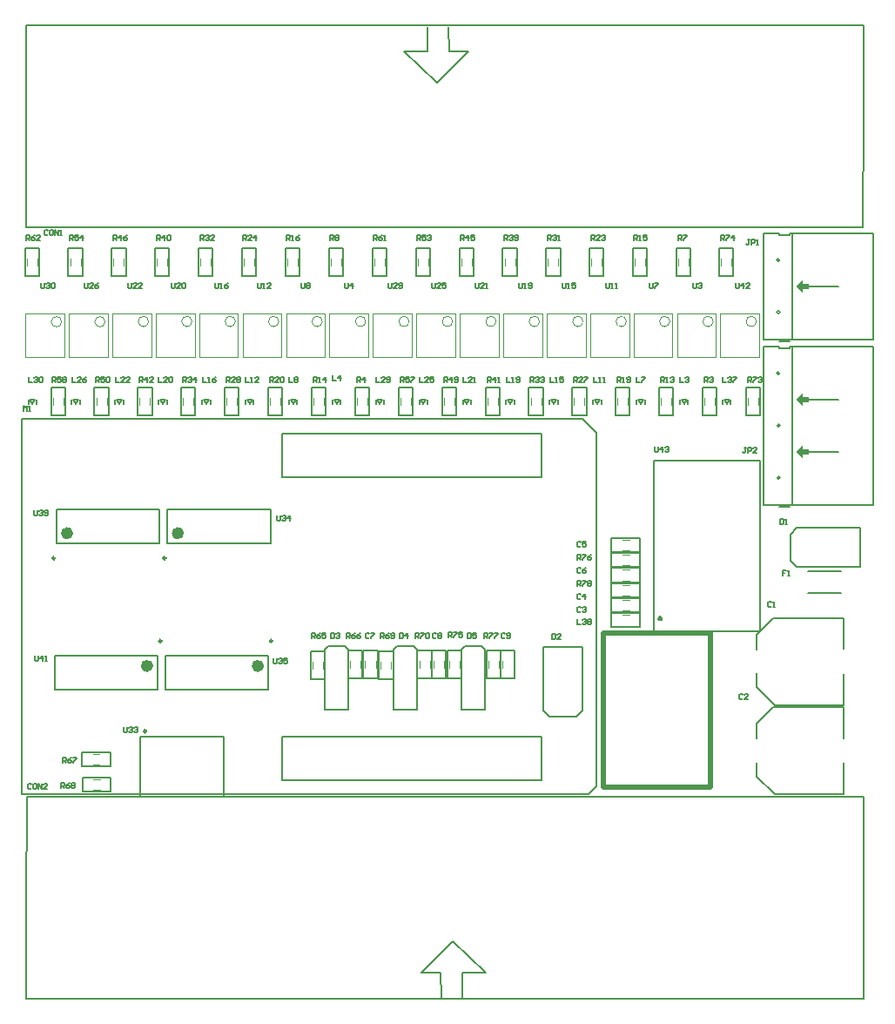
<source format=gto>
G04*
G04 #@! TF.GenerationSoftware,Altium Limited,Altium Designer,19.0.4 (130)*
G04*
G04 Layer_Color=65535*
%FSTAX24Y24*%
%MOIN*%
G70*
G01*
G75*
%ADD10C,0.0098*%
%ADD11C,0.0236*%
%ADD12C,0.0070*%
%ADD13C,0.0039*%
%ADD14C,0.0050*%
%ADD15C,0.0079*%
%ADD16C,0.0040*%
%ADD17C,0.0200*%
G36*
X02466Y014562D02*
X02464D01*
X024604Y014577D01*
X024576Y014605D01*
X024561Y014641D01*
Y01466D01*
Y01468D01*
X024576Y014716D01*
X024604Y014744D01*
X02464Y014759D01*
X02466D01*
X024679D01*
X024715Y014744D01*
X024743Y014716D01*
X024758Y01468D01*
Y01466D01*
Y014641D01*
X024743Y014605D01*
X024715Y014577D01*
X024679Y014562D01*
X02466D01*
D01*
D02*
G37*
G36*
X029865Y02104D02*
X030115Y02079D01*
Y02094D01*
X030365D01*
Y02114D01*
X030115D01*
Y02129D01*
X029865Y02104D01*
D02*
G37*
G36*
Y02304D02*
X030115Y02279D01*
Y02294D01*
X030365D01*
Y02314D01*
X030115D01*
Y02329D01*
X029865Y02304D01*
D02*
G37*
G36*
X02986Y02738D02*
X03011Y02713D01*
Y02728D01*
X03036D01*
Y02748D01*
X03011D01*
Y02763D01*
X02986Y02738D01*
D02*
G37*
D10*
X005735Y016969D02*
G03*
X005735Y016969I-000049J0D01*
G01*
X001495D02*
G03*
X001495Y016969I-000049J0D01*
G01*
X009817Y013801D02*
G03*
X009817Y013801I-000049J0D01*
G01*
X005577D02*
G03*
X005577Y013801I-000049J0D01*
G01*
X004989Y01035D02*
G03*
X004989Y01035I-000049J0D01*
G01*
D11*
X006313Y017924D02*
G03*
X006313Y017924I-000118J0D01*
G01*
X002073D02*
G03*
X002073Y017924I-000118J0D01*
G01*
X009376Y012846D02*
G03*
X009376Y012846I-000118J0D01*
G01*
X005136D02*
G03*
X005136Y012846I-000118J0D01*
G01*
D12*
X029249Y02404D02*
G03*
X029249Y02404I-000064J0D01*
G01*
X029259Y02004D02*
G03*
X029259Y02004I-000064J0D01*
G01*
Y02204D02*
G03*
X029259Y02204I-000064J0D01*
G01*
X029254Y02638D02*
G03*
X029254Y02638I-000064J0D01*
G01*
X029244Y02838D02*
G03*
X029244Y02838I-000064J0D01*
G01*
X029665Y016855D02*
X0299Y01662D01*
X029665Y017885D02*
X0299Y01812D01*
X029665Y01737D02*
Y017885D01*
X0299Y01812D02*
X03232D01*
Y01662D02*
Y01812D01*
X0299Y01662D02*
X03232D01*
X029665Y016855D02*
Y01737D01*
X029715Y01901D02*
Y02503D01*
X029625Y02499D02*
Y02507D01*
X029235Y02499D02*
X029625D01*
X028615Y02507D02*
X029235D01*
X028615Y01901D02*
Y02507D01*
X032815Y01901D02*
Y02507D01*
X029235Y02499D02*
Y02507D01*
X029625D02*
X032815D01*
X028615Y01901D02*
X032815D01*
X029995Y02104D02*
X031505D01*
X029235Y01894D02*
X029625D01*
X029995Y02304D02*
X031505D01*
X02962Y02941D02*
X03281D01*
X02923Y02933D02*
Y02941D01*
X02861Y02535D02*
X03281D01*
Y02941D01*
X02999Y02738D02*
X0315D01*
X02923Y02528D02*
X02962D01*
X02861Y02535D02*
Y02941D01*
X02923D01*
Y02933D02*
X02962D01*
Y02941D01*
X02971Y0254D02*
Y02937D01*
X021465Y010905D02*
X0217Y01114D01*
X0202D02*
X020435Y010905D01*
X02095D01*
X0202Y01114D02*
Y01356D01*
X0217D01*
Y01114D02*
Y01356D01*
X02095Y010905D02*
X021465D01*
X02443Y02071D02*
X0285D01*
Y01416D02*
Y02071D01*
X02443Y01416D02*
X0285D01*
X02443D02*
Y02071D01*
X001233Y029487D02*
X0012Y02952D01*
X001133D01*
X0011Y029487D01*
Y029353D01*
X001133Y02932D01*
X0012D01*
X001233Y029353D01*
X0014Y02952D02*
X001333D01*
X0013Y029487D01*
Y029353D01*
X001333Y02932D01*
X0014D01*
X001433Y029353D01*
Y029487D01*
X0014Y02952D01*
X0015Y02932D02*
Y02952D01*
X001633Y02932D01*
Y02952D01*
X0017Y02932D02*
X001766D01*
X001733D01*
Y02952D01*
X0017Y029487D01*
X00998Y0186D02*
Y018433D01*
X010013Y0184D01*
X01008D01*
X010113Y018433D01*
Y0186D01*
X01018Y018567D02*
X010213Y0186D01*
X01028D01*
X010313Y018567D01*
Y018533D01*
X01028Y0185D01*
X010247D01*
X01028D01*
X010313Y018467D01*
Y018433D01*
X01028Y0184D01*
X010213D01*
X01018Y018433D01*
X01048Y0184D02*
Y0186D01*
X01038Y0185D01*
X010513D01*
X0007Y01879D02*
Y018623D01*
X000733Y01859D01*
X0008D01*
X000833Y018623D01*
Y01879D01*
X0009Y018757D02*
X000933Y01879D01*
X001D01*
X001033Y018757D01*
Y018723D01*
X001Y01869D01*
X000967D01*
X001D01*
X001033Y018657D01*
Y018623D01*
X001Y01859D01*
X000933D01*
X0009Y018623D01*
X0011D02*
X001133Y01859D01*
X0012D01*
X001233Y018623D01*
Y018757D01*
X0012Y01879D01*
X001133D01*
X0011Y018757D01*
Y018723D01*
X001133Y01869D01*
X001233D01*
X00985Y01312D02*
Y012953D01*
X009883Y01292D01*
X00995D01*
X009983Y012953D01*
Y01312D01*
X01005Y013087D02*
X010083Y01312D01*
X01015D01*
X010183Y013087D01*
Y013053D01*
X01015Y01302D01*
X010117D01*
X01015D01*
X010183Y012987D01*
Y012953D01*
X01015Y01292D01*
X010083D01*
X01005Y012953D01*
X010383Y01312D02*
X01025D01*
Y01302D01*
X010317Y013053D01*
X01035D01*
X010383Y01302D01*
Y012953D01*
X01035Y01292D01*
X010283D01*
X01025Y012953D01*
X00073Y01325D02*
Y013083D01*
X000763Y01305D01*
X00083D01*
X000863Y013083D01*
Y01325D01*
X00103Y01305D02*
Y01325D01*
X00093Y01315D01*
X001063D01*
X00113Y01305D02*
X001197D01*
X001163D01*
Y01325D01*
X00113Y013217D01*
X00413Y01051D02*
Y010343D01*
X004163Y01031D01*
X00423D01*
X004263Y010343D01*
Y01051D01*
X00433Y010477D02*
X004363Y01051D01*
X00443D01*
X004463Y010477D01*
Y010443D01*
X00443Y01041D01*
X004397D01*
X00443D01*
X004463Y010377D01*
Y010343D01*
X00443Y01031D01*
X004363D01*
X00433Y010343D01*
X00453Y010477D02*
X004563Y01051D01*
X00463D01*
X004663Y010477D01*
Y010443D01*
X00463Y01041D01*
X004597D01*
X00463D01*
X004663Y010377D01*
Y010343D01*
X00463Y01031D01*
X004563D01*
X00453Y010343D01*
X0018Y00913D02*
Y00933D01*
X0019D01*
X001933Y009297D01*
Y00923D01*
X0019Y009197D01*
X0018D01*
X001867D02*
X001933Y00913D01*
X002133Y00933D02*
X002067Y009297D01*
X002Y00923D01*
Y009163D01*
X002033Y00913D01*
X0021D01*
X002133Y009163D01*
Y009197D01*
X0021Y00923D01*
X002D01*
X0022Y00933D02*
X002333D01*
Y009297D01*
X0022Y009163D01*
Y00913D01*
X00173Y00818D02*
Y00838D01*
X00183D01*
X001863Y008347D01*
Y00828D01*
X00183Y008247D01*
X00173D01*
X001797D02*
X001863Y00818D01*
X002063Y00838D02*
X001997Y008347D01*
X00193Y00828D01*
Y008213D01*
X001963Y00818D01*
X00203D01*
X002063Y008213D01*
Y008247D01*
X00203Y00828D01*
X00193D01*
X00213Y008347D02*
X002163Y00838D01*
X00223D01*
X002263Y008347D01*
Y008313D01*
X00223Y00828D01*
X002263Y008247D01*
Y008213D01*
X00223Y00818D01*
X002163D01*
X00213Y008213D01*
Y008247D01*
X002163Y00828D01*
X00213Y008313D01*
Y008347D01*
X002163Y00828D02*
X00223D01*
X029483Y01649D02*
X02935D01*
Y01639D01*
X029417D01*
X02935D01*
Y01629D01*
X02955D02*
X029617D01*
X029583D01*
Y01649D01*
X02955Y016457D01*
X02927Y01846D02*
Y01826D01*
X02937D01*
X029403Y018293D01*
Y018427D01*
X02937Y01846D01*
X02927D01*
X02947Y01826D02*
X029537D01*
X029503D01*
Y01846D01*
X02947Y018427D01*
X027963Y0212D02*
X027897D01*
X02793D01*
Y021033D01*
X027897Y021D01*
X027863D01*
X02783Y021033D01*
X02803Y021D02*
Y0212D01*
X02813D01*
X028163Y021167D01*
Y0211D01*
X02813Y021067D01*
X02803D01*
X028363Y021D02*
X02823D01*
X028363Y021133D01*
Y021167D01*
X02833Y0212D01*
X028263D01*
X02823Y021167D01*
X028083Y02918D02*
X028017D01*
X02805D01*
Y029013D01*
X028017Y02898D01*
X027983D01*
X02795Y029013D01*
X02815Y02898D02*
Y02918D01*
X02825D01*
X028283Y029147D01*
Y02908D01*
X02825Y029047D01*
X02815D01*
X02835Y02898D02*
X028417D01*
X028383D01*
Y02918D01*
X02835Y029147D01*
X028923Y015267D02*
X02889Y0153D01*
X028823D01*
X02879Y015267D01*
Y015133D01*
X028823Y0151D01*
X02889D01*
X028923Y015133D01*
X02899Y0151D02*
X029057D01*
X029023D01*
Y0153D01*
X02899Y015267D01*
X02149Y01462D02*
Y01442D01*
X021623D01*
X02169Y014587D02*
X021723Y01462D01*
X02179D01*
X021823Y014587D01*
Y014553D01*
X02179Y01452D01*
X021757D01*
X02179D01*
X021823Y014487D01*
Y014453D01*
X02179Y01442D01*
X021723D01*
X02169Y014453D01*
X02189Y014587D02*
X021923Y01462D01*
X02199D01*
X022023Y014587D01*
Y014553D01*
X02199Y01452D01*
X022023Y014487D01*
Y014453D01*
X02199Y01442D01*
X021923D01*
X02189Y014453D01*
Y014487D01*
X021923Y01452D01*
X02189Y014553D01*
Y014587D01*
X021923Y01452D02*
X02199D01*
X021623Y015085D02*
X02159Y015118D01*
X021523D01*
X02149Y015085D01*
Y014952D01*
X021523Y014918D01*
X02159D01*
X021623Y014952D01*
X02169Y015085D02*
X021723Y015118D01*
X02179D01*
X021823Y015085D01*
Y015052D01*
X02179Y015018D01*
X021757D01*
X02179D01*
X021823Y014985D01*
Y014952D01*
X02179Y014918D01*
X021723D01*
X02169Y014952D01*
X021623Y015583D02*
X02159Y015617D01*
X021523D01*
X02149Y015583D01*
Y01545D01*
X021523Y015417D01*
X02159D01*
X021623Y01545D01*
X02179Y015417D02*
Y015617D01*
X02169Y015517D01*
X021823D01*
X02149Y015915D02*
Y016115D01*
X02159D01*
X021623Y016082D01*
Y016015D01*
X02159Y015982D01*
X02149D01*
X021557D02*
X021623Y015915D01*
X02169Y016115D02*
X021823D01*
Y016082D01*
X02169Y015948D01*
Y015915D01*
X02189Y016082D02*
X021923Y016115D01*
X02199D01*
X022023Y016082D01*
Y016048D01*
X02199Y016015D01*
X022023Y015982D01*
Y015948D01*
X02199Y015915D01*
X021923D01*
X02189Y015948D01*
Y015982D01*
X021923Y016015D01*
X02189Y016048D01*
Y016082D01*
X021923Y016015D02*
X02199D01*
X021623Y01658D02*
X02159Y016613D01*
X021523D01*
X02149Y01658D01*
Y016447D01*
X021523Y016413D01*
X02159D01*
X021623Y016447D01*
X021823Y016613D02*
X021757Y01658D01*
X02169Y016513D01*
Y016447D01*
X021723Y016413D01*
X02179D01*
X021823Y016447D01*
Y01648D01*
X02179Y016513D01*
X02169D01*
X02149Y016912D02*
Y017112D01*
X02159D01*
X021623Y017078D01*
Y017012D01*
X02159Y016978D01*
X02149D01*
X021557D02*
X021623Y016912D01*
X02169Y017112D02*
X021823D01*
Y017078D01*
X02169Y016945D01*
Y016912D01*
X022023Y017112D02*
X021957Y017078D01*
X02189Y017012D01*
Y016945D01*
X021923Y016912D01*
X02199D01*
X022023Y016945D01*
Y016978D01*
X02199Y017012D01*
X02189D01*
X021623Y017577D02*
X02159Y01761D01*
X021523D01*
X02149Y017577D01*
Y017443D01*
X021523Y01741D01*
X02159D01*
X021623Y017443D01*
X021823Y01761D02*
X02169D01*
Y01751D01*
X021757Y017543D01*
X02179D01*
X021823Y01751D01*
Y017443D01*
X02179Y01741D01*
X021723D01*
X02169Y017443D01*
X02052Y01407D02*
Y01387D01*
X02062D01*
X020653Y013903D01*
Y014037D01*
X02062Y01407D01*
X02052D01*
X020853Y01387D02*
X02072D01*
X020853Y014003D01*
Y014037D01*
X02082Y01407D01*
X020753D01*
X02072Y014037D01*
X01656Y01392D02*
Y01412D01*
X01666D01*
X016693Y014087D01*
Y01402D01*
X01666Y013987D01*
X01656D01*
X016627D02*
X016693Y01392D01*
X01676Y01412D02*
X016893D01*
Y014087D01*
X01676Y013953D01*
Y01392D01*
X017093Y01412D02*
X01696D01*
Y01402D01*
X017027Y014053D01*
X01706D01*
X017093Y01402D01*
Y013953D01*
X01706Y01392D01*
X016993D01*
X01696Y013953D01*
X01469Y0141D02*
Y0139D01*
X01479D01*
X014823Y013933D01*
Y014067D01*
X01479Y0141D01*
X01469D01*
X01499Y0139D02*
Y0141D01*
X01489Y014D01*
X015023D01*
X013513Y014067D02*
X01348Y0141D01*
X013413D01*
X01338Y014067D01*
Y013933D01*
X013413Y0139D01*
X01348D01*
X013513Y013933D01*
X01358Y0141D02*
X013713D01*
Y014067D01*
X01358Y013933D01*
Y0139D01*
X01204Y0141D02*
Y0139D01*
X01214D01*
X012173Y013933D01*
Y014067D01*
X01214Y0141D01*
X01204D01*
X01224Y014067D02*
X012273Y0141D01*
X01234D01*
X012373Y014067D01*
Y014033D01*
X01234Y014D01*
X012307D01*
X01234D01*
X012373Y013967D01*
Y013933D01*
X01234Y0139D01*
X012273D01*
X01224Y013933D01*
X00095Y02751D02*
Y027343D01*
X000983Y02731D01*
X00105D01*
X001083Y027343D01*
Y02751D01*
X00115Y027477D02*
X001183Y02751D01*
X00125D01*
X001283Y027477D01*
Y027443D01*
X00125Y02741D01*
X001217D01*
X00125D01*
X001283Y027377D01*
Y027343D01*
X00125Y02731D01*
X001183D01*
X00115Y027343D01*
X00135Y027477D02*
X001383Y02751D01*
X00145D01*
X001483Y027477D01*
Y027343D01*
X00145Y02731D01*
X001383D01*
X00135Y027343D01*
Y027477D01*
X00262Y02751D02*
Y027343D01*
X002653Y02731D01*
X00272D01*
X002753Y027343D01*
Y02751D01*
X002953Y02731D02*
X00282D01*
X002953Y027443D01*
Y027477D01*
X00292Y02751D01*
X002853D01*
X00282Y027477D01*
X003153Y02751D02*
X003087Y027477D01*
X00302Y02741D01*
Y027343D01*
X003053Y02731D01*
X00312D01*
X003153Y027343D01*
Y027377D01*
X00312Y02741D01*
X00302D01*
X00428Y02751D02*
Y027343D01*
X004313Y02731D01*
X00438D01*
X004413Y027343D01*
Y02751D01*
X004613Y02731D02*
X00448D01*
X004613Y027443D01*
Y027477D01*
X00458Y02751D01*
X004513D01*
X00448Y027477D01*
X004813Y02731D02*
X00468D01*
X004813Y027443D01*
Y027477D01*
X00478Y02751D01*
X004713D01*
X00468Y027477D01*
X00595Y02751D02*
Y027343D01*
X005983Y02731D01*
X00605D01*
X006083Y027343D01*
Y02751D01*
X006283Y02731D02*
X00615D01*
X006283Y027443D01*
Y027477D01*
X00625Y02751D01*
X006183D01*
X00615Y027477D01*
X00635D02*
X006383Y02751D01*
X00645D01*
X006483Y027477D01*
Y027343D01*
X00645Y02731D01*
X006383D01*
X00635Y027343D01*
Y027477D01*
X00761Y02751D02*
Y027343D01*
X007643Y02731D01*
X00771D01*
X007743Y027343D01*
Y02751D01*
X00781Y02731D02*
X007877D01*
X007843D01*
Y02751D01*
X00781Y027477D01*
X00811Y02751D02*
X008043Y027477D01*
X007977Y02741D01*
Y027343D01*
X00801Y02731D01*
X008077D01*
X00811Y027343D01*
Y027377D01*
X008077Y02741D01*
X007977D01*
X00927Y02751D02*
Y027343D01*
X009303Y02731D01*
X00937D01*
X009403Y027343D01*
Y02751D01*
X00947Y02731D02*
X009537D01*
X009503D01*
Y02751D01*
X00947Y027477D01*
X00977Y02731D02*
X009637D01*
X00977Y027443D01*
Y027477D01*
X009737Y02751D01*
X00967D01*
X009637Y027477D01*
X01093Y02751D02*
Y027343D01*
X010963Y02731D01*
X01103D01*
X011063Y027343D01*
Y02751D01*
X01113Y027477D02*
X011163Y02751D01*
X01123D01*
X011263Y027477D01*
Y027443D01*
X01123Y02741D01*
X011263Y027377D01*
Y027343D01*
X01123Y02731D01*
X011163D01*
X01113Y027343D01*
Y027377D01*
X011163Y02741D01*
X01113Y027443D01*
Y027477D01*
X011163Y02741D02*
X01123D01*
X0126Y02751D02*
Y027343D01*
X012633Y02731D01*
X0127D01*
X012733Y027343D01*
Y02751D01*
X0129Y02731D02*
Y02751D01*
X0128Y02741D01*
X012933D01*
X01426Y02751D02*
Y027343D01*
X014293Y02731D01*
X01436D01*
X014393Y027343D01*
Y02751D01*
X014593Y02731D02*
X01446D01*
X014593Y027443D01*
Y027477D01*
X01456Y02751D01*
X014493D01*
X01446Y027477D01*
X01466Y027343D02*
X014693Y02731D01*
X01476D01*
X014793Y027343D01*
Y027477D01*
X01476Y02751D01*
X014693D01*
X01466Y027477D01*
Y027443D01*
X014693Y02741D01*
X014793D01*
X01593Y02751D02*
Y027343D01*
X015963Y02731D01*
X01603D01*
X016063Y027343D01*
Y02751D01*
X016263Y02731D02*
X01613D01*
X016263Y027443D01*
Y027477D01*
X01623Y02751D01*
X016163D01*
X01613Y027477D01*
X016463Y02751D02*
X01633D01*
Y02741D01*
X016397Y027443D01*
X01643D01*
X016463Y02741D01*
Y027343D01*
X01643Y02731D01*
X016363D01*
X01633Y027343D01*
X01759Y02751D02*
Y027343D01*
X017623Y02731D01*
X01769D01*
X017723Y027343D01*
Y02751D01*
X017923Y02731D02*
X01779D01*
X017923Y027443D01*
Y027477D01*
X01789Y02751D01*
X017823D01*
X01779Y027477D01*
X01799Y02731D02*
X018057D01*
X018023D01*
Y02751D01*
X01799Y027477D01*
X01925Y02751D02*
Y027343D01*
X019283Y02731D01*
X01935D01*
X019383Y027343D01*
Y02751D01*
X01945Y02731D02*
X019517D01*
X019483D01*
Y02751D01*
X01945Y027477D01*
X019617Y027343D02*
X01965Y02731D01*
X019717D01*
X01975Y027343D01*
Y027477D01*
X019717Y02751D01*
X01965D01*
X019617Y027477D01*
Y027443D01*
X01965Y02741D01*
X01975D01*
X02091Y02751D02*
Y027343D01*
X020943Y02731D01*
X02101D01*
X021043Y027343D01*
Y02751D01*
X02111Y02731D02*
X021177D01*
X021143D01*
Y02751D01*
X02111Y027477D01*
X02141Y02751D02*
X021277D01*
Y02741D01*
X021343Y027443D01*
X021377D01*
X02141Y02741D01*
Y027343D01*
X021377Y02731D01*
X02131D01*
X021277Y027343D01*
X02258Y02751D02*
Y027343D01*
X022613Y02731D01*
X02268D01*
X022713Y027343D01*
Y02751D01*
X02278Y02731D02*
X022847D01*
X022813D01*
Y02751D01*
X02278Y027477D01*
X022947Y02731D02*
X023013D01*
X02298D01*
Y02751D01*
X022947Y027477D01*
X02424Y02751D02*
Y027343D01*
X024273Y02731D01*
X02434D01*
X024373Y027343D01*
Y02751D01*
X02444D02*
X024573D01*
Y027477D01*
X02444Y027343D01*
Y02731D01*
X02591Y02751D02*
Y027343D01*
X025943Y02731D01*
X02601D01*
X026043Y027343D01*
Y02751D01*
X02611Y027477D02*
X026143Y02751D01*
X02621D01*
X026243Y027477D01*
Y027443D01*
X02621Y02741D01*
X026177D01*
X02621D01*
X026243Y027377D01*
Y027343D01*
X02621Y02731D01*
X026143D01*
X02611Y027343D01*
X02755Y02751D02*
Y027343D01*
X027583Y02731D01*
X02765D01*
X027683Y027343D01*
Y02751D01*
X02785Y02731D02*
Y02751D01*
X02775Y02741D01*
X027883D01*
X028083Y02731D02*
X02795D01*
X028083Y027443D01*
Y027477D01*
X02805Y02751D01*
X027983D01*
X02795Y027477D01*
X02802Y02371D02*
Y02391D01*
X02812D01*
X028153Y023877D01*
Y02381D01*
X02812Y023777D01*
X02802D01*
X028087D02*
X028153Y02371D01*
X02822Y02391D02*
X028353D01*
Y023877D01*
X02822Y023743D01*
Y02371D01*
X02842Y023877D02*
X028453Y02391D01*
X02852D01*
X028553Y023877D01*
Y023843D01*
X02852Y02381D01*
X028487D01*
X02852D01*
X028553Y023777D01*
Y023743D01*
X02852Y02371D01*
X028453D01*
X02842Y023743D01*
X02706Y02391D02*
Y02371D01*
X027193D01*
X02726Y023877D02*
X027293Y02391D01*
X02736D01*
X027393Y023877D01*
Y023843D01*
X02736Y02381D01*
X027327D01*
X02736D01*
X027393Y023777D01*
Y023743D01*
X02736Y02371D01*
X027293D01*
X02726Y023743D01*
X02746Y02391D02*
X027593D01*
Y023877D01*
X02746Y023743D01*
Y02371D01*
X02636D02*
Y02391D01*
X02646D01*
X026493Y023877D01*
Y02381D01*
X02646Y023777D01*
X02636D01*
X026427D02*
X026493Y02371D01*
X02656Y023877D02*
X026593Y02391D01*
X02666D01*
X026693Y023877D01*
Y023843D01*
X02666Y02381D01*
X026627D01*
X02666D01*
X026693Y023777D01*
Y023743D01*
X02666Y02371D01*
X026593D01*
X02656Y023743D01*
X02543Y02391D02*
Y02371D01*
X025563D01*
X02563Y023877D02*
X025663Y02391D01*
X02573D01*
X025763Y023877D01*
Y023843D01*
X02573Y02381D01*
X025697D01*
X02573D01*
X025763Y023777D01*
Y023743D01*
X02573Y02371D01*
X025663D01*
X02563Y023743D01*
X02377Y02391D02*
Y02371D01*
X023903D01*
X02397Y02391D02*
X024103D01*
Y023877D01*
X02397Y023743D01*
Y02371D01*
X02469D02*
Y02391D01*
X02479D01*
X024823Y023877D01*
Y02381D01*
X02479Y023777D01*
X02469D01*
X024757D02*
X024823Y02371D01*
X02489D02*
X024957D01*
X024923D01*
Y02391D01*
X02489Y023877D01*
X025057D02*
X02509Y02391D01*
X025157D01*
X02519Y023877D01*
Y023843D01*
X025157Y02381D01*
X025123D01*
X025157D01*
X02519Y023777D01*
Y023743D01*
X025157Y02371D01*
X02509D01*
X025057Y023743D01*
X02303Y02371D02*
Y02391D01*
X02313D01*
X023163Y023877D01*
Y02381D01*
X02313Y023777D01*
X02303D01*
X023097D02*
X023163Y02371D01*
X02323D02*
X023297D01*
X023263D01*
Y02391D01*
X02323Y023877D01*
X023397Y023743D02*
X02343Y02371D01*
X023497D01*
X02353Y023743D01*
Y023877D01*
X023497Y02391D01*
X02343D01*
X023397Y023877D01*
Y023843D01*
X02343Y02381D01*
X02353D01*
X02211Y02391D02*
Y02371D01*
X022243D01*
X02231D02*
X022377D01*
X022343D01*
Y02391D01*
X02231Y023877D01*
X022477Y02371D02*
X022543D01*
X02251D01*
Y02391D01*
X022477Y023877D01*
X02136Y02371D02*
Y02391D01*
X02146D01*
X021493Y023877D01*
Y02381D01*
X02146Y023777D01*
X02136D01*
X021427D02*
X021493Y02371D01*
X021693D02*
X02156D01*
X021693Y023843D01*
Y023877D01*
X02166Y02391D01*
X021593D01*
X02156Y023877D01*
X02176Y02391D02*
X021893D01*
Y023877D01*
X02176Y023743D01*
Y02371D01*
X02044Y02391D02*
Y02371D01*
X020573D01*
X02064D02*
X020707D01*
X020673D01*
Y02391D01*
X02064Y023877D01*
X02094Y02391D02*
X020807D01*
Y02381D01*
X020873Y023843D01*
X020907D01*
X02094Y02381D01*
Y023743D01*
X020907Y02371D01*
X02084D01*
X020807Y023743D01*
X0197Y02371D02*
Y02391D01*
X0198D01*
X019833Y023877D01*
Y02381D01*
X0198Y023777D01*
X0197D01*
X019767D02*
X019833Y02371D01*
X0199Y023877D02*
X019933Y02391D01*
X02D01*
X020033Y023877D01*
Y023843D01*
X02Y02381D01*
X019967D01*
X02D01*
X020033Y023777D01*
Y023743D01*
X02Y02371D01*
X019933D01*
X0199Y023743D01*
X0201Y023877D02*
X020133Y02391D01*
X0202D01*
X020233Y023877D01*
Y023843D01*
X0202Y02381D01*
X020167D01*
X0202D01*
X020233Y023777D01*
Y023743D01*
X0202Y02371D01*
X020133D01*
X0201Y023743D01*
X01878Y02391D02*
Y02371D01*
X018913D01*
X01898D02*
X019047D01*
X019013D01*
Y02391D01*
X01898Y023877D01*
X019147Y023743D02*
X01918Y02371D01*
X019247D01*
X01928Y023743D01*
Y023877D01*
X019247Y02391D01*
X01918D01*
X019147Y023877D01*
Y023843D01*
X01918Y02381D01*
X01928D01*
X01804Y02371D02*
Y02391D01*
X01814D01*
X018173Y023877D01*
Y02381D01*
X01814Y023777D01*
X01804D01*
X018107D02*
X018173Y02371D01*
X01834D02*
Y02391D01*
X01824Y02381D01*
X018373D01*
X01844Y02371D02*
X018507D01*
X018473D01*
Y02391D01*
X01844Y023877D01*
X01712Y02391D02*
Y02371D01*
X017253D01*
X017453D02*
X01732D01*
X017453Y023843D01*
Y023877D01*
X01742Y02391D01*
X017353D01*
X01732Y023877D01*
X01752Y02371D02*
X017587D01*
X017553D01*
Y02391D01*
X01752Y023877D01*
X01638Y02371D02*
Y02391D01*
X01648D01*
X016513Y023877D01*
Y02381D01*
X01648Y023777D01*
X01638D01*
X016447D02*
X016513Y02371D01*
X01668D02*
Y02391D01*
X01658Y02381D01*
X016713D01*
X01678Y023743D02*
X016813Y02371D01*
X01688D01*
X016913Y023743D01*
Y023877D01*
X01688Y02391D01*
X016813D01*
X01678Y023877D01*
Y023843D01*
X016813Y02381D01*
X016913D01*
X01545Y02391D02*
Y02371D01*
X015583D01*
X015783D02*
X01565D01*
X015783Y023843D01*
Y023877D01*
X01575Y02391D01*
X015683D01*
X01565Y023877D01*
X015983Y02391D02*
X01585D01*
Y02381D01*
X015917Y023843D01*
X01595D01*
X015983Y02381D01*
Y023743D01*
X01595Y02371D01*
X015883D01*
X01585Y023743D01*
X01471Y02371D02*
Y02391D01*
X01481D01*
X014843Y023877D01*
Y02381D01*
X01481Y023777D01*
X01471D01*
X014777D02*
X014843Y02371D01*
X015043Y02391D02*
X01491D01*
Y02381D01*
X014977Y023843D01*
X01501D01*
X015043Y02381D01*
Y023743D01*
X01501Y02371D01*
X014943D01*
X01491Y023743D01*
X01511Y02391D02*
X015243D01*
Y023877D01*
X01511Y023743D01*
Y02371D01*
X01379Y02391D02*
Y02371D01*
X013923D01*
X014123D02*
X01399D01*
X014123Y023843D01*
Y023877D01*
X01409Y02391D01*
X014023D01*
X01399Y023877D01*
X01419Y023743D02*
X014223Y02371D01*
X01429D01*
X014323Y023743D01*
Y023877D01*
X01429Y02391D01*
X014223D01*
X01419Y023877D01*
Y023843D01*
X014223Y02381D01*
X014323D01*
X01305Y02371D02*
Y02391D01*
X01315D01*
X013183Y023877D01*
Y02381D01*
X01315Y023777D01*
X01305D01*
X013117D02*
X013183Y02371D01*
X01335D02*
Y02391D01*
X01325Y02381D01*
X013383D01*
X01138Y02371D02*
Y02391D01*
X01148D01*
X011513Y023877D01*
Y02381D01*
X01148Y023777D01*
X01138D01*
X011447D02*
X011513Y02371D01*
X01158D02*
X011647D01*
X011613D01*
Y02391D01*
X01158Y023877D01*
X011847Y02371D02*
Y02391D01*
X011747Y02381D01*
X01188D01*
X01046Y02391D02*
Y02371D01*
X010593D01*
X01066Y023877D02*
X010693Y02391D01*
X01076D01*
X010793Y023877D01*
Y023843D01*
X01076Y02381D01*
X010793Y023777D01*
Y023743D01*
X01076Y02371D01*
X010693D01*
X01066Y023743D01*
Y023777D01*
X010693Y02381D01*
X01066Y023843D01*
Y023877D01*
X010693Y02381D02*
X01076D01*
X00972Y02371D02*
Y02391D01*
X00982D01*
X009853Y023877D01*
Y02381D01*
X00982Y023777D01*
X00972D01*
X009787D02*
X009853Y02371D01*
X010053D02*
X00992D01*
X010053Y023843D01*
Y023877D01*
X01002Y02391D01*
X009953D01*
X00992Y023877D01*
X01012D02*
X010153Y02391D01*
X01022D01*
X010253Y023877D01*
Y023743D01*
X01022Y02371D01*
X010153D01*
X01012Y023743D01*
Y023877D01*
X0088Y02391D02*
Y02371D01*
X008933D01*
X009D02*
X009067D01*
X009033D01*
Y02391D01*
X009Y023877D01*
X0093Y02371D02*
X009167D01*
X0093Y023843D01*
Y023877D01*
X009267Y02391D01*
X0092D01*
X009167Y023877D01*
X00806Y02371D02*
Y02391D01*
X00816D01*
X008193Y023877D01*
Y02381D01*
X00816Y023777D01*
X00806D01*
X008127D02*
X008193Y02371D01*
X008393D02*
X00826D01*
X008393Y023843D01*
Y023877D01*
X00836Y02391D01*
X008293D01*
X00826Y023877D01*
X00846D02*
X008493Y02391D01*
X00856D01*
X008593Y023877D01*
Y023843D01*
X00856Y02381D01*
X008593Y023777D01*
Y023743D01*
X00856Y02371D01*
X008493D01*
X00846Y023743D01*
Y023777D01*
X008493Y02381D01*
X00846Y023843D01*
Y023877D01*
X008493Y02381D02*
X00856D01*
X00714Y02391D02*
Y02371D01*
X007273D01*
X00734D02*
X007407D01*
X007373D01*
Y02391D01*
X00734Y023877D01*
X00764Y02391D02*
X007573Y023877D01*
X007507Y02381D01*
Y023743D01*
X00754Y02371D01*
X007607D01*
X00764Y023743D01*
Y023777D01*
X007607Y02381D01*
X007507D01*
X0064Y02371D02*
Y02391D01*
X0065D01*
X006533Y023877D01*
Y02381D01*
X0065Y023777D01*
X0064D01*
X006467D02*
X006533Y02371D01*
X0066Y023877D02*
X006633Y02391D01*
X0067D01*
X006733Y023877D01*
Y023843D01*
X0067Y02381D01*
X006667D01*
X0067D01*
X006733Y023777D01*
Y023743D01*
X0067Y02371D01*
X006633D01*
X0066Y023743D01*
X0069Y02371D02*
Y02391D01*
X0068Y02381D01*
X006933D01*
X00547Y02391D02*
Y02371D01*
X005603D01*
X005803D02*
X00567D01*
X005803Y023843D01*
Y023877D01*
X00577Y02391D01*
X005703D01*
X00567Y023877D01*
X00587D02*
X005903Y02391D01*
X00597D01*
X006003Y023877D01*
Y023743D01*
X00597Y02371D01*
X005903D01*
X00587Y023743D01*
Y023877D01*
X00473Y02371D02*
Y02391D01*
X00483D01*
X004863Y023877D01*
Y02381D01*
X00483Y023777D01*
X00473D01*
X004797D02*
X004863Y02371D01*
X00503D02*
Y02391D01*
X00493Y02381D01*
X005063D01*
X005263Y02371D02*
X00513D01*
X005263Y023843D01*
Y023877D01*
X00523Y02391D01*
X005163D01*
X00513Y023877D01*
X00381Y02391D02*
Y02371D01*
X003943D01*
X004143D02*
X00401D01*
X004143Y023843D01*
Y023877D01*
X00411Y02391D01*
X004043D01*
X00401Y023877D01*
X004343Y02371D02*
X00421D01*
X004343Y023843D01*
Y023877D01*
X00431Y02391D01*
X004243D01*
X00421Y023877D01*
X00307Y02371D02*
Y02391D01*
X00317D01*
X003203Y023877D01*
Y02381D01*
X00317Y023777D01*
X00307D01*
X003137D02*
X003203Y02371D01*
X003403Y02391D02*
X00327D01*
Y02381D01*
X003337Y023843D01*
X00337D01*
X003403Y02381D01*
Y023743D01*
X00337Y02371D01*
X003303D01*
X00327Y023743D01*
X00347Y023877D02*
X003503Y02391D01*
X00357D01*
X003603Y023877D01*
Y023743D01*
X00357Y02371D01*
X003503D01*
X00347Y023743D01*
Y023877D01*
X00215Y02391D02*
Y02371D01*
X002283D01*
X002483D02*
X00235D01*
X002483Y023843D01*
Y023877D01*
X00245Y02391D01*
X002383D01*
X00235Y023877D01*
X002683Y02391D02*
X002617Y023877D01*
X00255Y02381D01*
Y023743D01*
X002583Y02371D01*
X00265D01*
X002683Y023743D01*
Y023777D01*
X00265Y02381D01*
X00255D01*
X0014Y02371D02*
Y02391D01*
X0015D01*
X001533Y023877D01*
Y02381D01*
X0015Y023777D01*
X0014D01*
X001467D02*
X001533Y02371D01*
X001733Y02391D02*
X0016D01*
Y02381D01*
X001667Y023843D01*
X0017D01*
X001733Y02381D01*
Y023743D01*
X0017Y02371D01*
X001633D01*
X0016Y023743D01*
X0018Y023877D02*
X001833Y02391D01*
X0019D01*
X001933Y023877D01*
Y023843D01*
X0019Y02381D01*
X001933Y023777D01*
Y023743D01*
X0019Y02371D01*
X001833D01*
X0018Y023743D01*
Y023777D01*
X001833Y02381D01*
X0018Y023843D01*
Y023877D01*
X001833Y02381D02*
X0019D01*
X00048Y02391D02*
Y02371D01*
X000613D01*
X00068Y023877D02*
X000713Y02391D01*
X00078D01*
X000813Y023877D01*
Y023843D01*
X00078Y02381D01*
X000747D01*
X00078D01*
X000813Y023777D01*
Y023743D01*
X00078Y02371D01*
X000713D01*
X00068Y023743D01*
X00088Y023877D02*
X000913Y02391D01*
X00098D01*
X001013Y023877D01*
Y023743D01*
X00098Y02371D01*
X000913D01*
X00088Y023743D01*
Y023877D01*
X017276Y0141D02*
Y0139D01*
X017376D01*
X01741Y013933D01*
Y014067D01*
X017376Y0141D01*
X017276D01*
X01761D02*
X017476D01*
Y014D01*
X017543Y014033D01*
X017576D01*
X01761Y014D01*
Y013933D01*
X017576Y0139D01*
X01751D01*
X017476Y013933D01*
X018733Y014067D02*
X0187Y0141D01*
X018633D01*
X0186Y014067D01*
Y013933D01*
X018633Y0139D01*
X0187D01*
X018733Y013933D01*
X0188D02*
X018833Y0139D01*
X0189D01*
X018933Y013933D01*
Y014067D01*
X0189Y0141D01*
X018833D01*
X0188Y014067D01*
Y014033D01*
X018833Y014D01*
X018933D01*
X016086Y014067D02*
X016053Y0141D01*
X015986D01*
X015953Y014067D01*
Y013933D01*
X015986Y0139D01*
X016053D01*
X016086Y013933D01*
X016153Y014067D02*
X016186Y0141D01*
X016253D01*
X016286Y014067D01*
Y014033D01*
X016253Y014D01*
X016286Y013967D01*
Y013933D01*
X016253Y0139D01*
X016186D01*
X016153Y013933D01*
Y013967D01*
X016186Y014D01*
X016153Y014033D01*
Y014067D01*
X016186Y014D02*
X016253D01*
X00028Y02259D02*
Y02279D01*
X000347Y022723D01*
X000413Y02279D01*
Y02259D01*
X00048D02*
X000547D01*
X000513D01*
Y02279D01*
X00048Y022757D01*
X02446Y02122D02*
Y021053D01*
X024493Y02102D01*
X02456D01*
X024593Y021053D01*
Y02122D01*
X02476Y02102D02*
Y02122D01*
X02466Y02112D01*
X024793D01*
X02486Y021187D02*
X024893Y02122D01*
X02496D01*
X024993Y021187D01*
Y021153D01*
X02496Y02112D01*
X024927D01*
X02496D01*
X024993Y021087D01*
Y021053D01*
X02496Y02102D01*
X024893D01*
X02486Y021053D01*
X017938Y0139D02*
Y0141D01*
X018038D01*
X018071Y014067D01*
Y014D01*
X018038Y013967D01*
X017938D01*
X018005D02*
X018071Y0139D01*
X018138Y0141D02*
X018271D01*
Y014067D01*
X018138Y013933D01*
Y0139D01*
X018338Y0141D02*
X018471D01*
Y014067D01*
X018338Y013933D01*
Y0139D01*
X02698Y02914D02*
Y02934D01*
X02708D01*
X027113Y029307D01*
Y02924D01*
X02708Y029207D01*
X02698D01*
X027047D02*
X027113Y02914D01*
X02718Y02934D02*
X027313D01*
Y029307D01*
X02718Y029173D01*
Y02914D01*
X02748D02*
Y02934D01*
X02738Y02924D01*
X027513D01*
X015291Y0139D02*
Y0141D01*
X015391D01*
X015424Y014067D01*
Y014D01*
X015391Y013967D01*
X015291D01*
X015358D02*
X015424Y0139D01*
X015491Y0141D02*
X015624D01*
Y014067D01*
X015491Y013933D01*
Y0139D01*
X015691Y014067D02*
X015724Y0141D01*
X015791D01*
X015824Y014067D01*
Y013933D01*
X015791Y0139D01*
X015724D01*
X015691Y013933D01*
Y014067D01*
X013967Y0139D02*
Y0141D01*
X014067D01*
X014101Y014067D01*
Y014D01*
X014067Y013967D01*
X013967D01*
X014034D02*
X014101Y0139D01*
X014301Y0141D02*
X014234Y014067D01*
X014167Y014D01*
Y013933D01*
X014201Y0139D01*
X014267D01*
X014301Y013933D01*
Y013967D01*
X014267Y014D01*
X014167D01*
X014367Y013933D02*
X0144Y0139D01*
X014467D01*
X0145Y013933D01*
Y014067D01*
X014467Y0141D01*
X0144D01*
X014367Y014067D01*
Y014033D01*
X0144Y014D01*
X0145D01*
X012644Y0139D02*
Y0141D01*
X012744D01*
X012777Y014067D01*
Y014D01*
X012744Y013967D01*
X012644D01*
X01271D02*
X012777Y0139D01*
X012977Y0141D02*
X01291Y014067D01*
X012844Y014D01*
Y013933D01*
X012877Y0139D01*
X012944D01*
X012977Y013933D01*
Y013967D01*
X012944Y014D01*
X012844D01*
X013177Y0141D02*
X01311Y014067D01*
X013044Y014D01*
Y013933D01*
X013077Y0139D01*
X013143D01*
X013177Y013933D01*
Y013967D01*
X013143Y014D01*
X013044D01*
X01132Y0139D02*
Y0141D01*
X01142D01*
X011453Y014067D01*
Y014D01*
X01142Y013967D01*
X01132D01*
X011387D02*
X011453Y0139D01*
X011653Y0141D02*
X011587Y014067D01*
X01152Y014D01*
Y013933D01*
X011553Y0139D01*
X01162D01*
X011653Y013933D01*
Y013967D01*
X01162Y014D01*
X01152D01*
X011853Y0141D02*
X01172D01*
Y014D01*
X011787Y014033D01*
X01182D01*
X011853Y014D01*
Y013933D01*
X01182Y0139D01*
X011753D01*
X01172Y013933D01*
X00039Y02914D02*
Y02934D01*
X00049D01*
X000523Y029307D01*
Y02924D01*
X00049Y029207D01*
X00039D01*
X000457D02*
X000523Y02914D01*
X000723Y02934D02*
X000657Y029307D01*
X00059Y02924D01*
Y029173D01*
X000623Y02914D01*
X00069D01*
X000723Y029173D01*
Y029207D01*
X00069Y02924D01*
X00059D01*
X000923Y02914D02*
X00079D01*
X000923Y029273D01*
Y029307D01*
X00089Y02934D01*
X000823D01*
X00079Y029307D01*
X01369Y02914D02*
Y02934D01*
X01379D01*
X013823Y029307D01*
Y02924D01*
X01379Y029207D01*
X01369D01*
X013757D02*
X013823Y02914D01*
X014023Y02934D02*
X013957Y029307D01*
X01389Y02924D01*
Y029173D01*
X013923Y02914D01*
X01399D01*
X014023Y029173D01*
Y029207D01*
X01399Y02924D01*
X01389D01*
X01409Y02914D02*
X014157D01*
X014123D01*
Y02934D01*
X01409Y029307D01*
X00205Y02914D02*
Y02934D01*
X00215D01*
X002183Y029307D01*
Y02924D01*
X00215Y029207D01*
X00205D01*
X002117D02*
X002183Y02914D01*
X002383Y02934D02*
X00225D01*
Y02924D01*
X002317Y029273D01*
X00235D01*
X002383Y02924D01*
Y029173D01*
X00235Y02914D01*
X002283D01*
X00225Y029173D01*
X00255Y02914D02*
Y02934D01*
X00245Y02924D01*
X002583D01*
X01536Y02914D02*
Y02934D01*
X01546D01*
X015493Y029307D01*
Y02924D01*
X01546Y029207D01*
X01536D01*
X015427D02*
X015493Y02914D01*
X015693Y02934D02*
X01556D01*
Y02924D01*
X015627Y029273D01*
X01566D01*
X015693Y02924D01*
Y029173D01*
X01566Y02914D01*
X015593D01*
X01556Y029173D01*
X01576Y029307D02*
X015793Y02934D01*
X01586D01*
X015893Y029307D01*
Y029273D01*
X01586Y02924D01*
X015827D01*
X01586D01*
X015893Y029207D01*
Y029173D01*
X01586Y02914D01*
X015793D01*
X01576Y029173D01*
X00371Y02914D02*
Y02934D01*
X00381D01*
X003843Y029307D01*
Y02924D01*
X00381Y029207D01*
X00371D01*
X003777D02*
X003843Y02914D01*
X00401D02*
Y02934D01*
X00391Y02924D01*
X004043D01*
X004243Y02934D02*
X004177Y029307D01*
X00411Y02924D01*
Y029173D01*
X004143Y02914D01*
X00421D01*
X004243Y029173D01*
Y029207D01*
X00421Y02924D01*
X00411D01*
X01702Y02914D02*
Y02934D01*
X01712D01*
X017153Y029307D01*
Y02924D01*
X01712Y029207D01*
X01702D01*
X017087D02*
X017153Y02914D01*
X01732D02*
Y02934D01*
X01722Y02924D01*
X017353D01*
X017553Y02934D02*
X01742D01*
Y02924D01*
X017487Y029273D01*
X01752D01*
X017553Y02924D01*
Y029173D01*
X01752Y02914D01*
X017453D01*
X01742Y029173D01*
X00538Y02914D02*
Y02934D01*
X00548D01*
X005513Y029307D01*
Y02924D01*
X00548Y029207D01*
X00538D01*
X005447D02*
X005513Y02914D01*
X00568D02*
Y02934D01*
X00558Y02924D01*
X005713D01*
X00578Y029307D02*
X005813Y02934D01*
X00588D01*
X005913Y029307D01*
Y029173D01*
X00588Y02914D01*
X005813D01*
X00578Y029173D01*
Y029307D01*
X01868Y02914D02*
Y02934D01*
X01878D01*
X018813Y029307D01*
Y02924D01*
X01878Y029207D01*
X01868D01*
X018747D02*
X018813Y02914D01*
X01888Y029307D02*
X018913Y02934D01*
X01898D01*
X019013Y029307D01*
Y029273D01*
X01898Y02924D01*
X018947D01*
X01898D01*
X019013Y029207D01*
Y029173D01*
X01898Y02914D01*
X018913D01*
X01888Y029173D01*
X01908D02*
X019113Y02914D01*
X01918D01*
X019213Y029173D01*
Y029307D01*
X01918Y02934D01*
X019113D01*
X01908Y029307D01*
Y029273D01*
X019113Y02924D01*
X019213D01*
X00704Y02914D02*
Y02934D01*
X00714D01*
X007173Y029307D01*
Y02924D01*
X00714Y029207D01*
X00704D01*
X007107D02*
X007173Y02914D01*
X00724Y029307D02*
X007273Y02934D01*
X00734D01*
X007373Y029307D01*
Y029273D01*
X00734Y02924D01*
X007307D01*
X00734D01*
X007373Y029207D01*
Y029173D01*
X00734Y02914D01*
X007273D01*
X00724Y029173D01*
X007573Y02914D02*
X00744D01*
X007573Y029273D01*
Y029307D01*
X00754Y02934D01*
X007473D01*
X00744Y029307D01*
X02034Y02914D02*
Y02934D01*
X02044D01*
X020473Y029307D01*
Y02924D01*
X02044Y029207D01*
X02034D01*
X020407D02*
X020473Y02914D01*
X02054Y029307D02*
X020573Y02934D01*
X02064D01*
X020673Y029307D01*
Y029273D01*
X02064Y02924D01*
X020607D01*
X02064D01*
X020673Y029207D01*
Y029173D01*
X02064Y02914D01*
X020573D01*
X02054Y029173D01*
X02074Y02914D02*
X020807D01*
X020773D01*
Y02934D01*
X02074Y029307D01*
X0087Y02914D02*
Y02934D01*
X0088D01*
X008833Y029307D01*
Y02924D01*
X0088Y029207D01*
X0087D01*
X008767D02*
X008833Y02914D01*
X009033D02*
X0089D01*
X009033Y029273D01*
Y029307D01*
X009Y02934D01*
X008933D01*
X0089Y029307D01*
X0092Y02914D02*
Y02934D01*
X0091Y02924D01*
X009233D01*
X02201Y02914D02*
Y02934D01*
X02211D01*
X022143Y029307D01*
Y02924D01*
X02211Y029207D01*
X02201D01*
X022077D02*
X022143Y02914D01*
X022343D02*
X02221D01*
X022343Y029273D01*
Y029307D01*
X02231Y02934D01*
X022243D01*
X02221Y029307D01*
X02241D02*
X022443Y02934D01*
X02251D01*
X022543Y029307D01*
Y029273D01*
X02251Y02924D01*
X022477D01*
X02251D01*
X022543Y029207D01*
Y029173D01*
X02251Y02914D01*
X022443D01*
X02241Y029173D01*
X01036Y02914D02*
Y02934D01*
X01046D01*
X010493Y029307D01*
Y02924D01*
X01046Y029207D01*
X01036D01*
X010427D02*
X010493Y02914D01*
X01056D02*
X010627D01*
X010593D01*
Y02934D01*
X01056Y029307D01*
X01086Y02934D02*
X010793Y029307D01*
X010727Y02924D01*
Y029173D01*
X01076Y02914D01*
X010827D01*
X01086Y029173D01*
Y029207D01*
X010827Y02924D01*
X010727D01*
X02367Y02914D02*
Y02934D01*
X02377D01*
X023803Y029307D01*
Y02924D01*
X02377Y029207D01*
X02367D01*
X023737D02*
X023803Y02914D01*
X02387D02*
X023937D01*
X023903D01*
Y02934D01*
X02387Y029307D01*
X02417Y02934D02*
X024037D01*
Y02924D01*
X024103Y029273D01*
X024137D01*
X02417Y02924D01*
Y029173D01*
X024137Y02914D01*
X02407D01*
X024037Y029173D01*
X01203Y02914D02*
Y02934D01*
X01213D01*
X012163Y029307D01*
Y02924D01*
X01213Y029207D01*
X01203D01*
X012097D02*
X012163Y02914D01*
X01223Y029307D02*
X012263Y02934D01*
X01233D01*
X012363Y029307D01*
Y029273D01*
X01233Y02924D01*
X012363Y029207D01*
Y029173D01*
X01233Y02914D01*
X012263D01*
X01223Y029173D01*
Y029207D01*
X012263Y02924D01*
X01223Y029273D01*
Y029307D01*
X012263Y02924D02*
X01233D01*
X02534Y02914D02*
Y02934D01*
X02544D01*
X025473Y029307D01*
Y02924D01*
X02544Y029207D01*
X02534D01*
X025407D02*
X025473Y02914D01*
X02554Y02934D02*
X025673D01*
Y029307D01*
X02554Y029173D01*
Y02914D01*
X01211Y02397D02*
Y02377D01*
X012243D01*
X01241D02*
Y02397D01*
X01231Y02387D01*
X012443D01*
X000573Y008317D02*
X00054Y00835D01*
X000473D01*
X00044Y008317D01*
Y008183D01*
X000473Y00815D01*
X00054D01*
X000573Y008183D01*
X00074Y00835D02*
X000673D01*
X00064Y008317D01*
Y008183D01*
X000673Y00815D01*
X00074D01*
X000773Y008183D01*
Y008317D01*
X00074Y00835D01*
X00084Y00815D02*
Y00835D01*
X000973Y00815D01*
Y00835D01*
X001173Y00815D02*
X00104D01*
X001173Y008283D01*
Y008317D01*
X00114Y00835D01*
X001073D01*
X00104Y008317D01*
X027833Y011727D02*
X0278Y01176D01*
X027733D01*
X0277Y011727D01*
Y011593D01*
X027733Y01156D01*
X0278D01*
X027833Y011593D01*
X028033Y01156D02*
X0279D01*
X028033Y011693D01*
Y011727D01*
X028Y01176D01*
X027933D01*
X0279Y011727D01*
D13*
X001747Y02602D02*
G03*
X001747Y02602I-000197J0D01*
G01*
X00341D02*
G03*
X00341Y02602I-000197J0D01*
G01*
X005074Y02603D02*
G03*
X005074Y02603I-000197J0D01*
G01*
X006737D02*
G03*
X006737Y02603I-000197J0D01*
G01*
X0084D02*
G03*
X0084Y02603I-000197J0D01*
G01*
X010064D02*
G03*
X010064Y02603I-000197J0D01*
G01*
X011727D02*
G03*
X011727Y02603I-000197J0D01*
G01*
X01339D02*
G03*
X01339Y02603I-000197J0D01*
G01*
X015054D02*
G03*
X015054Y02603I-000197J0D01*
G01*
X016717D02*
G03*
X016717Y02603I-000197J0D01*
G01*
X01838D02*
G03*
X01838Y02603I-000197J0D01*
G01*
X020044D02*
G03*
X020044Y02603I-000197J0D01*
G01*
X021707D02*
G03*
X021707Y02603I-000197J0D01*
G01*
X02337D02*
G03*
X02337Y02603I-000197J0D01*
G01*
X025034D02*
G03*
X025034Y02603I-000197J0D01*
G01*
X026697D02*
G03*
X026697Y02603I-000197J0D01*
G01*
X028347D02*
G03*
X028347Y02603I-000197J0D01*
G01*
X00036Y02467D02*
Y02633D01*
X00185D01*
X00036Y02467D02*
X00185D01*
Y02633D01*
X002023Y02467D02*
Y02633D01*
X003513D01*
X002023Y02467D02*
X003513D01*
Y02633D01*
X003687Y02468D02*
Y02634D01*
X005177D01*
X003687Y02468D02*
X005177D01*
Y02634D01*
X00535Y02468D02*
Y02634D01*
X00684D01*
X00535Y02468D02*
X00684D01*
Y02634D01*
X007013Y02468D02*
Y02634D01*
X008503D01*
X007013Y02468D02*
X008503D01*
Y02634D01*
X008677Y02468D02*
Y02634D01*
X010167D01*
X008677Y02468D02*
X010167D01*
Y02634D01*
X01034Y02468D02*
Y02634D01*
X01183D01*
X01034Y02468D02*
X01183D01*
Y02634D01*
X012003Y02468D02*
Y02634D01*
X013493D01*
X012003Y02468D02*
X013493D01*
Y02634D01*
X013667Y02468D02*
Y02634D01*
X015157D01*
X013667Y02468D02*
X015157D01*
Y02634D01*
X01533Y02468D02*
Y02634D01*
X01682D01*
X01533Y02468D02*
X01682D01*
Y02634D01*
X016993Y02468D02*
Y02634D01*
X018483D01*
X016993Y02468D02*
X018483D01*
Y02634D01*
X018657Y02468D02*
Y02634D01*
X020147D01*
X018657Y02468D02*
X020147D01*
Y02634D01*
X02032Y02468D02*
Y02634D01*
X02181D01*
X02032Y02468D02*
X02181D01*
Y02634D01*
X021983Y02468D02*
Y02634D01*
X023473D01*
X021983Y02468D02*
X023473D01*
Y02634D01*
X023647Y02468D02*
Y02634D01*
X025137D01*
X023647Y02468D02*
X025137D01*
Y02634D01*
X02531Y02468D02*
Y02634D01*
X0268D01*
X02531Y02468D02*
X0268D01*
Y02634D01*
X02696Y02468D02*
Y02634D01*
X02845D01*
X02696Y02468D02*
X02845D01*
Y02634D01*
D14*
X032447Y033877D02*
Y037385D01*
X000398Y037385D02*
X032447Y037385D01*
X000398Y037385D02*
X000398Y029628D01*
X016541Y037306D02*
X016581Y036361D01*
X015754D02*
Y037306D01*
X000398Y029628D02*
X032413Y029628D01*
X032412Y029628D02*
X032447Y033877D01*
X016581Y036361D02*
X017329D01*
X016108Y03518D02*
X017329Y036361D01*
X014849D02*
X016108Y03518D01*
X014849Y036361D02*
X015754D01*
X00253Y00899D02*
Y00953D01*
X00361D01*
Y00899D02*
Y00953D01*
X00253Y00899D02*
X00361D01*
X00362Y00802D02*
Y00856D01*
X00254Y00802D02*
X00362D01*
X00254D02*
Y00856D01*
X00362D01*
X030308Y016479D02*
X031592D01*
X030308Y015621D02*
X031592D01*
X02899Y01468D02*
X03169D01*
X02836Y01405D02*
X02899Y01468D01*
X02836Y01348D02*
Y01405D01*
Y01203D02*
Y01256D01*
Y01203D02*
X02904Y01135D01*
X03169D01*
Y01255D01*
Y01349D02*
Y01468D01*
X022803Y01432D02*
Y01486D01*
X023883D01*
Y01432D02*
Y01486D01*
X022803Y01432D02*
X023883D01*
X022803Y014896D02*
Y015436D01*
X023883D01*
Y014896D02*
Y015436D01*
X022803Y014896D02*
X023883D01*
Y015472D02*
Y016012D01*
X022803Y015472D02*
X023883D01*
X022803D02*
Y016012D01*
X023883D01*
X022803Y016048D02*
Y016588D01*
X023883D01*
Y016048D02*
Y016588D01*
X022803Y016048D02*
X023883D01*
X022803Y016624D02*
Y017164D01*
X023883D01*
Y016624D02*
Y017164D01*
X022803Y016624D02*
X023883D01*
X022803Y0172D02*
Y01774D01*
X023883D01*
Y0172D02*
Y01774D01*
X022803Y0172D02*
X023883D01*
X01651Y013434D02*
X01705D01*
Y012354D02*
Y013434D01*
X01651Y012354D02*
X01705D01*
X01651D02*
Y013434D01*
X0133Y012354D02*
X01384D01*
X0133D02*
Y013434D01*
X01384D01*
Y012354D02*
Y013434D01*
X02796Y022424D02*
X0285D01*
X02796D02*
Y023504D01*
X0285D01*
Y022424D02*
Y023504D01*
X027053Y022871D02*
Y023029D01*
X027367Y022871D02*
Y023029D01*
X027112D02*
X027308D01*
X027112D02*
X02721Y022871D01*
X027308Y023029D01*
X02629Y022424D02*
X02683D01*
X02629D02*
Y023504D01*
X02683D01*
Y022424D02*
Y023504D01*
X025423Y022871D02*
Y023029D01*
X025737Y022871D02*
Y023029D01*
X025482D02*
X025678D01*
X025482D02*
X02558Y022871D01*
X025678Y023029D01*
X023759Y022871D02*
Y023029D01*
X024074Y022871D02*
Y023029D01*
X023818D02*
X024015D01*
X023818D02*
X023917Y022871D01*
X024015Y023029D01*
X024627Y022424D02*
X025167D01*
X024627D02*
Y023504D01*
X025167D01*
Y022424D02*
Y023504D01*
X022963Y022424D02*
X023503D01*
X022963D02*
Y023504D01*
X023503D01*
Y022424D02*
Y023504D01*
X022096Y022871D02*
Y023029D01*
X022411Y022871D02*
Y023029D01*
X022155D02*
X022352D01*
X022155D02*
X022253Y022871D01*
X022352Y023029D01*
X0213Y022424D02*
X02184D01*
X0213D02*
Y023504D01*
X02184D01*
Y022424D02*
Y023504D01*
X020433Y022871D02*
Y023029D01*
X020747Y022871D02*
Y023029D01*
X020492D02*
X020688D01*
X020492D02*
X02059Y022871D01*
X020688Y023029D01*
X019637Y022424D02*
X020177D01*
X019637D02*
Y023504D01*
X020177D01*
Y022424D02*
Y023504D01*
X018769Y022871D02*
Y023029D01*
X019084Y022871D02*
Y023029D01*
X018828D02*
X019025D01*
X018828D02*
X018927Y022871D01*
X019025Y023029D01*
X017973Y022424D02*
X018513D01*
X017973D02*
Y023504D01*
X018513D01*
Y022424D02*
Y023504D01*
X017106Y022871D02*
Y023029D01*
X017421Y022871D02*
Y023029D01*
X017165D02*
X017362D01*
X017165D02*
X017263Y022871D01*
X017362Y023029D01*
X01631Y022424D02*
X01685D01*
X01631D02*
Y023504D01*
X01685D01*
Y022424D02*
Y023504D01*
X015443Y022871D02*
Y023029D01*
X015757Y022871D02*
Y023029D01*
X015502D02*
X015698D01*
X015502D02*
X0156Y022871D01*
X015698Y023029D01*
X014647Y022424D02*
X015187D01*
X014647D02*
Y023504D01*
X015187D01*
Y022424D02*
Y023504D01*
X013779Y022871D02*
Y023029D01*
X014094Y022871D02*
Y023029D01*
X013838D02*
X014035D01*
X013838D02*
X013937Y022871D01*
X014035Y023029D01*
X012983Y022424D02*
X013523D01*
X012983D02*
Y023504D01*
X013523D01*
Y022424D02*
Y023504D01*
X01132Y022424D02*
X01186D01*
X01132D02*
Y023504D01*
X01186D01*
Y022424D02*
Y023504D01*
X010453Y022871D02*
Y023029D01*
X010767Y022871D02*
Y023029D01*
X010512D02*
X010708D01*
X010512D02*
X01061Y022871D01*
X010708Y023029D01*
X009657Y022424D02*
X010197D01*
X009657D02*
Y023504D01*
X010197D01*
Y022424D02*
Y023504D01*
X008789Y022871D02*
Y023029D01*
X009104Y022871D02*
Y023029D01*
X008848D02*
X009045D01*
X008848D02*
X008947Y022871D01*
X009045Y023029D01*
X007993Y022424D02*
X008533D01*
X007993D02*
Y023504D01*
X008533D01*
Y022424D02*
Y023504D01*
X007126Y022871D02*
Y023029D01*
X007441Y022871D02*
Y023029D01*
X007185D02*
X007382D01*
X007185D02*
X007283Y022871D01*
X007382Y023029D01*
X00633Y022424D02*
X00687D01*
X00633D02*
Y023504D01*
X00687D01*
Y022424D02*
Y023504D01*
X005463Y022871D02*
Y023029D01*
X005777Y022871D02*
Y023029D01*
X005522D02*
X005718D01*
X005522D02*
X00562Y022871D01*
X005718Y023029D01*
X004667Y022424D02*
X005207D01*
X004667D02*
Y023504D01*
X005207D01*
Y022424D02*
Y023504D01*
X003799Y022871D02*
Y023029D01*
X004114Y022871D02*
Y023029D01*
X003858D02*
X004055D01*
X003858D02*
X003957Y022871D01*
X004055Y023029D01*
X003003Y022424D02*
X003543D01*
X003003D02*
Y023504D01*
X003543D01*
Y022424D02*
Y023504D01*
X002136Y022871D02*
Y023029D01*
X002451Y022871D02*
Y023029D01*
X002195D02*
X002392D01*
X002195D02*
X002293Y022871D01*
X002392Y023029D01*
X00134Y02242D02*
X00188D01*
X00134D02*
Y0235D01*
X00188D01*
Y02242D02*
Y0235D01*
X000473Y022871D02*
Y023029D01*
X000787Y022871D02*
Y023029D01*
X000532D02*
X000728D01*
X000532D02*
X00063Y022871D01*
X000728Y023029D01*
X012273Y022871D02*
X012372Y023029D01*
X012175D02*
X012273Y022871D01*
X012175Y023029D02*
X012372D01*
X012431Y022871D02*
Y023029D01*
X012116Y022871D02*
Y023029D01*
X010204Y010127D02*
X020125D01*
Y008474D02*
Y010127D01*
X010204Y008474D02*
Y010127D01*
Y008474D02*
X020125D01*
X010187Y020074D02*
X020109D01*
X010187D02*
Y021727D01*
X020109Y020074D02*
Y021727D01*
X010187D02*
X020109D01*
X00023Y022299D02*
X00023Y007929D01*
X02192D02*
X02222Y008229D01*
Y020809D01*
X00023Y022299D02*
X02169D01*
X02222Y021769D01*
Y020809D02*
Y021769D01*
X00023Y007929D02*
X02192D01*
X03169Y01007D02*
Y01126D01*
Y00793D02*
Y00913D01*
X02904Y00793D02*
X03169D01*
X02836Y00861D02*
X02904Y00793D01*
X02836Y00861D02*
Y00914D01*
Y01006D02*
Y01063D01*
X02899Y01126D01*
X03169D01*
X02583Y02777D02*
Y02885D01*
X02529D02*
X02583D01*
X02529Y02777D02*
Y02885D01*
Y02777D02*
X02583D01*
X012523D02*
Y02885D01*
X011983D02*
X012523D01*
X011983Y02777D02*
Y02885D01*
Y02777D02*
X012523D01*
X024167D02*
Y02885D01*
X023627D02*
X024167D01*
X023627Y02777D02*
Y02885D01*
Y02777D02*
X024167D01*
X01086D02*
Y02885D01*
X01032D02*
X01086D01*
X01032Y02777D02*
Y02885D01*
Y02777D02*
X01086D01*
X022503D02*
Y02885D01*
X021963D02*
X022503D01*
X021963Y02777D02*
Y02885D01*
Y02777D02*
X022503D01*
X009197D02*
Y02885D01*
X008657D02*
X009197D01*
X008657Y02777D02*
Y02885D01*
Y02777D02*
X009197D01*
X02084D02*
Y02885D01*
X0203D02*
X02084D01*
X0203Y02777D02*
Y02885D01*
Y02777D02*
X02084D01*
X007533D02*
Y02885D01*
X006993D02*
X007533D01*
X006993Y02777D02*
Y02885D01*
Y02777D02*
X007533D01*
X019177D02*
Y02885D01*
X018637D02*
X019177D01*
X018637Y02777D02*
Y02885D01*
Y02777D02*
X019177D01*
X00587D02*
Y02885D01*
X00533D02*
X00587D01*
X00533Y02777D02*
Y02885D01*
Y02777D02*
X00587D01*
X017513D02*
Y02885D01*
X016973D02*
X017513D01*
X016973Y02777D02*
Y02885D01*
Y02777D02*
X017513D01*
X004207D02*
Y02885D01*
X003667D02*
X004207D01*
X003667Y02777D02*
Y02885D01*
Y02777D02*
X004207D01*
X01585D02*
Y02885D01*
X01531D02*
X01585D01*
X01531Y02777D02*
Y02885D01*
Y02777D02*
X01585D01*
X002543D02*
Y02885D01*
X002003D02*
X002543D01*
X002003Y02777D02*
Y02885D01*
Y02777D02*
X002543D01*
X014187D02*
Y02885D01*
X013647D02*
X014187D01*
X013647Y02777D02*
Y02885D01*
Y02777D02*
X014187D01*
X00088D02*
Y02885D01*
X00034D02*
X00088D01*
X00034Y02777D02*
Y02885D01*
Y02777D02*
X00088D01*
X01128Y012334D02*
Y013414D01*
Y012334D02*
X01182D01*
Y013414D01*
X01128D02*
X01182D01*
X01273Y012357D02*
Y013437D01*
Y012357D02*
X01327D01*
Y013437D01*
X01273D02*
X01327D01*
X0139Y012334D02*
Y013414D01*
Y012334D02*
X01444D01*
Y013414D01*
X0139D02*
X01444D01*
X01537Y012357D02*
Y013437D01*
Y012357D02*
X01591D01*
Y013437D01*
X01537D02*
X01591D01*
X02747Y02777D02*
Y02885D01*
X02693D02*
X02747D01*
X02693Y02777D02*
Y02885D01*
Y02777D02*
X02747D01*
X01801Y012357D02*
Y013437D01*
Y012357D02*
X01855D01*
Y013437D01*
X01801D02*
X01855D01*
X01646Y012354D02*
Y013434D01*
X01592D02*
X01646D01*
X01592Y012354D02*
Y013434D01*
Y012354D02*
X01646D01*
X0191D02*
Y013434D01*
X01856D02*
X0191D01*
X01856Y012354D02*
Y013434D01*
Y012354D02*
X0191D01*
X017091Y001119D02*
X017996D01*
X016736Y0023D02*
X017996Y001119D01*
X015516D02*
X016736Y0023D01*
X015516Y001119D02*
X016264D01*
X000398Y003603D02*
X000433Y007852D01*
X000431Y007852D02*
X032447Y007852D01*
X017091Y000174D02*
Y001119D01*
X016264D02*
X016303Y000174D01*
X032447Y007852D02*
X032447Y000095D01*
X000398Y000095D02*
X032447Y000095D01*
X000398Y000095D02*
Y003603D01*
D15*
X005802Y01753D02*
X009739D01*
X005802Y01883D02*
X009739D01*
X005802Y01753D02*
Y01883D01*
X009739Y01753D02*
Y01883D01*
X001561Y01753D02*
X005498D01*
X001561Y01883D02*
X005498D01*
X001561Y01753D02*
Y01883D01*
X005498Y01753D02*
Y01883D01*
X005715Y01324D02*
X009652D01*
X005715Y01194D02*
X009652D01*
Y01324D01*
X005715Y01194D02*
Y01324D01*
X001475D02*
X005412D01*
X001475Y01194D02*
X005412D01*
Y01324D01*
X001475Y01194D02*
Y01324D01*
X00474Y00785D02*
Y01015D01*
X00794Y00785D02*
Y01015D01*
X00474D02*
X00794D01*
X00474Y00785D02*
X00794D01*
X014585Y013592D02*
X015215D01*
X01535Y013457D01*
Y011182D02*
Y013457D01*
X01445D02*
X014585Y013592D01*
X01445Y011182D02*
Y013457D01*
Y011182D02*
X01535D01*
X011945Y013592D02*
X012575D01*
X01271Y013457D01*
Y011182D02*
Y013457D01*
X01181D02*
X011945Y013592D01*
X01181Y011182D02*
Y013457D01*
Y011182D02*
X01271D01*
X01706D02*
X01796D01*
X01706D02*
Y013457D01*
X017195Y013592D01*
X01796Y011182D02*
Y013457D01*
X017825Y013592D02*
X01796Y013457D01*
X017195Y013592D02*
X017825D01*
D16*
X00294Y00906D02*
X0032D01*
X00294Y00946D02*
X0032D01*
X00295Y00849D02*
X00321D01*
X00295Y00809D02*
X00321D01*
X023213Y01438D02*
X023473D01*
X023213Y0148D02*
X023473D01*
X023213Y014956D02*
X023473D01*
X023213Y015376D02*
X023473D01*
X023213Y015942D02*
X023473D01*
X023213Y015542D02*
X023473D01*
X023213Y016108D02*
X023473D01*
X023213Y016528D02*
X023473D01*
X023213Y016694D02*
X023473D01*
X023213Y017094D02*
X023473D01*
X023213Y01726D02*
X023473D01*
X023213Y01768D02*
X023473D01*
X01658Y012764D02*
Y013024D01*
X01698Y012764D02*
Y013024D01*
X01378Y012764D02*
Y013024D01*
X01336Y012764D02*
Y013024D01*
X02843Y022834D02*
Y023094D01*
X02803Y022834D02*
Y023094D01*
X02676Y022834D02*
Y023094D01*
X02636Y022834D02*
Y023094D01*
X025097Y022834D02*
Y023094D01*
X024697Y022834D02*
Y023094D01*
X023433Y022834D02*
Y023094D01*
X023033Y022834D02*
Y023094D01*
X02177Y022834D02*
Y023094D01*
X02137Y022834D02*
Y023094D01*
X020107Y022834D02*
Y023094D01*
X019707Y022834D02*
Y023094D01*
X018443Y022834D02*
Y023094D01*
X018043Y022834D02*
Y023094D01*
X01678Y022834D02*
Y023094D01*
X01638Y022834D02*
Y023094D01*
X015117Y022834D02*
Y023094D01*
X014717Y022834D02*
Y023094D01*
X013453Y022834D02*
Y023094D01*
X013053Y022834D02*
Y023094D01*
X01179Y022834D02*
Y023094D01*
X01139Y022834D02*
Y023094D01*
X010127Y022834D02*
Y023094D01*
X009727Y022834D02*
Y023094D01*
X008463Y022834D02*
Y023094D01*
X008063Y022834D02*
Y023094D01*
X0068Y022834D02*
Y023094D01*
X0064Y022834D02*
Y023094D01*
X005137Y022834D02*
Y023094D01*
X004737Y022834D02*
Y023094D01*
X003473Y022834D02*
Y023094D01*
X003073Y022834D02*
Y023094D01*
X00181Y02283D02*
Y02309D01*
X00141Y02283D02*
Y02309D01*
X02536Y02818D02*
Y02844D01*
X02576Y02818D02*
Y02844D01*
X012053Y02818D02*
Y02844D01*
X012453Y02818D02*
Y02844D01*
X023697Y02818D02*
Y02844D01*
X024097Y02818D02*
Y02844D01*
X01039Y02818D02*
Y02844D01*
X01079Y02818D02*
Y02844D01*
X022033Y02818D02*
Y02844D01*
X022433Y02818D02*
Y02844D01*
X008727Y02818D02*
Y02844D01*
X009127Y02818D02*
Y02844D01*
X02037Y02818D02*
Y02844D01*
X02077Y02818D02*
Y02844D01*
X007063Y02818D02*
Y02844D01*
X007463Y02818D02*
Y02844D01*
X018707Y02818D02*
Y02844D01*
X019107Y02818D02*
Y02844D01*
X0054Y02818D02*
Y02844D01*
X0058Y02818D02*
Y02844D01*
X017043Y02818D02*
Y02844D01*
X017443Y02818D02*
Y02844D01*
X003737Y02818D02*
Y02844D01*
X004137Y02818D02*
Y02844D01*
X01538Y02818D02*
Y02844D01*
X01578Y02818D02*
Y02844D01*
X002073Y02818D02*
Y02844D01*
X002473Y02818D02*
Y02844D01*
X013717Y02818D02*
Y02844D01*
X014117Y02818D02*
Y02844D01*
X00041Y02818D02*
Y02844D01*
X00081Y02818D02*
Y02844D01*
X01175Y012744D02*
Y013004D01*
X01135Y012744D02*
Y013004D01*
X0132Y012767D02*
Y013027D01*
X0128Y012767D02*
Y013027D01*
X01437Y012744D02*
Y013004D01*
X01397Y012744D02*
Y013004D01*
X01584Y012767D02*
Y013027D01*
X01544Y012767D02*
Y013027D01*
X027Y02818D02*
Y02844D01*
X0274Y02818D02*
Y02844D01*
X01848Y012767D02*
Y013027D01*
X01808Y012767D02*
Y013027D01*
X01598Y012764D02*
Y013024D01*
X0164Y012764D02*
Y013024D01*
X01862Y012764D02*
Y013024D01*
X01904Y012764D02*
Y013024D01*
D17*
X026587Y008207D02*
Y014113D01*
X022532D02*
X026587D01*
X022493Y008207D02*
Y014113D01*
X022532Y008207D02*
X026587D01*
M02*

</source>
